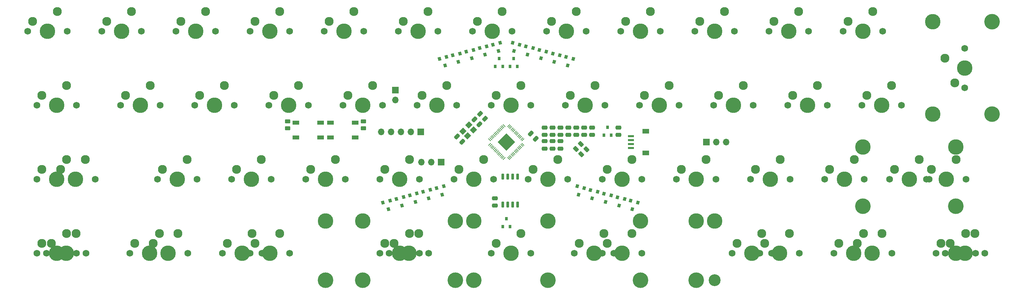
<source format=gbr>
%TF.GenerationSoftware,KiCad,Pcbnew,(7.0.0-rc1-163-g06a2e950fd)*%
%TF.CreationDate,2023-02-21T11:22:40+01:00*%
%TF.ProjectId,pcb,7063622e-6b69-4636-9164-5f7063625858,rev?*%
%TF.SameCoordinates,Original*%
%TF.FileFunction,Soldermask,Bot*%
%TF.FilePolarity,Negative*%
%FSLAX46Y46*%
G04 Gerber Fmt 4.6, Leading zero omitted, Abs format (unit mm)*
G04 Created by KiCad (PCBNEW (7.0.0-rc1-163-g06a2e950fd)) date 2023-02-21 11:22:40*
%MOMM*%
%LPD*%
G01*
G04 APERTURE LIST*
G04 Aperture macros list*
%AMRoundRect*
0 Rectangle with rounded corners*
0 $1 Rounding radius*
0 $2 $3 $4 $5 $6 $7 $8 $9 X,Y pos of 4 corners*
0 Add a 4 corners polygon primitive as box body*
4,1,4,$2,$3,$4,$5,$6,$7,$8,$9,$2,$3,0*
0 Add four circle primitives for the rounded corners*
1,1,$1+$1,$2,$3*
1,1,$1+$1,$4,$5*
1,1,$1+$1,$6,$7*
1,1,$1+$1,$8,$9*
0 Add four rect primitives between the rounded corners*
20,1,$1+$1,$2,$3,$4,$5,0*
20,1,$1+$1,$4,$5,$6,$7,0*
20,1,$1+$1,$6,$7,$8,$9,0*
20,1,$1+$1,$8,$9,$2,$3,0*%
%AMRotRect*
0 Rectangle, with rotation*
0 The origin of the aperture is its center*
0 $1 length*
0 $2 width*
0 $3 Rotation angle, in degrees counterclockwise*
0 Add horizontal line*
21,1,$1,$2,0,0,$3*%
G04 Aperture macros list end*
%ADD10C,1.750000*%
%ADD11C,3.987800*%
%ADD12C,2.300000*%
%ADD13C,3.048000*%
%ADD14C,4.000000*%
%ADD15R,1.700000X1.000000*%
%ADD16R,1.800000X1.200000*%
%ADD17R,1.550000X0.600000*%
%ADD18RotRect,0.900000X0.800000X285.000000*%
%ADD19RoundRect,0.250000X0.475000X-0.250000X0.475000X0.250000X-0.475000X0.250000X-0.475000X-0.250000X0*%
%ADD20RoundRect,0.250000X-0.512652X-0.159099X-0.159099X-0.512652X0.512652X0.159099X0.159099X0.512652X0*%
%ADD21RotRect,0.900000X0.800000X255.000000*%
%ADD22R,1.700000X1.700000*%
%ADD23O,1.700000X1.700000*%
%ADD24RoundRect,0.250000X-0.475000X0.250000X-0.475000X-0.250000X0.475000X-0.250000X0.475000X0.250000X0*%
%ADD25RoundRect,0.250000X-0.450000X0.262500X-0.450000X-0.262500X0.450000X-0.262500X0.450000X0.262500X0*%
%ADD26R,0.800000X0.900000*%
%ADD27RotRect,1.400000X1.200000X225.000000*%
%ADD28RoundRect,0.050000X-0.238649X-0.309359X0.309359X0.238649X0.238649X0.309359X-0.309359X-0.238649X0*%
%ADD29RoundRect,0.050000X0.238649X-0.309359X0.309359X-0.238649X-0.238649X0.309359X-0.309359X0.238649X0*%
%ADD30RoundRect,0.144000X0.000000X-2.059095X2.059095X0.000000X0.000000X2.059095X-2.059095X0.000000X0*%
%ADD31RoundRect,0.250000X-0.132583X0.503814X-0.503814X0.132583X0.132583X-0.503814X0.503814X-0.132583X0*%
%ADD32RoundRect,0.250000X0.503814X0.132583X0.132583X0.503814X-0.503814X-0.132583X-0.132583X-0.503814X0*%
%ADD33RoundRect,0.250000X0.450000X-0.262500X0.450000X0.262500X-0.450000X0.262500X-0.450000X-0.262500X0*%
%ADD34RoundRect,0.150000X-0.150000X0.650000X-0.150000X-0.650000X0.150000X-0.650000X0.150000X0.650000X0*%
%ADD35RoundRect,0.250000X0.512652X0.159099X0.159099X0.512652X-0.512652X-0.159099X-0.159099X-0.512652X0*%
G04 APERTURE END LIST*
D10*
%TO.C,SW10*%
X-129619748Y39687696D03*
D11*
X-124539748Y39687696D03*
D10*
X-119459748Y39687696D03*
D12*
X-128349748Y42227696D03*
X-121999748Y44767696D03*
%TD*%
D10*
%TO.C,SW48*%
X41830252Y39687600D03*
D11*
X46910252Y39687600D03*
D10*
X51990252Y39687600D03*
D12*
X43100252Y42227600D03*
X49450252Y44767600D03*
%TD*%
D10*
%TO.C,SW49*%
X25161964Y20637552D03*
D11*
X30241964Y20637552D03*
D10*
X35321964Y20637552D03*
D12*
X26431964Y23177552D03*
X32781964Y25717552D03*
%TD*%
D10*
%TO.C,SW41*%
X8492752Y77787696D03*
D11*
X13572752Y77787696D03*
D10*
X18652752Y77787696D03*
D12*
X9762752Y80327696D03*
X16112752Y82867696D03*
%TD*%
D10*
%TO.C,SW25*%
X-22542544Y20637552D03*
D11*
X-17462544Y20637552D03*
D10*
X-12382544Y20637552D03*
D12*
X-21272544Y23177552D03*
X-14922544Y25717552D03*
%TD*%
D10*
%TO.C,SW57*%
X70405828Y20637552D03*
D11*
X75485828Y20637552D03*
D10*
X80565828Y20637552D03*
D12*
X71675828Y23177552D03*
X78025828Y25717552D03*
%TD*%
D10*
%TO.C,SW8*%
X-143907248Y77787696D03*
D11*
X-138827248Y77787696D03*
D10*
X-133747248Y77787696D03*
D12*
X-142637248Y80327696D03*
X-136287248Y82867696D03*
%TD*%
D10*
%TO.C,SW60*%
X72787084Y20637552D03*
D11*
X77867084Y20637552D03*
D10*
X82947084Y20637552D03*
D12*
X74057084Y23177552D03*
X80407084Y25717552D03*
%TD*%
D10*
%TO.C,SW55*%
X48974524Y20637552D03*
D11*
X54054524Y20637552D03*
D10*
X59134524Y20637552D03*
D12*
X50244524Y23177552D03*
X56594524Y25717552D03*
%TD*%
D10*
%TO.C,SW59*%
X68024002Y39687696D03*
D11*
X73104002Y39687696D03*
D10*
X78184002Y39687696D03*
D12*
X69294002Y42227696D03*
X75644002Y44767696D03*
%TD*%
D10*
%TO.C,SW15*%
X-110569748Y39687696D03*
D11*
X-105489748Y39687696D03*
D10*
X-100409748Y39687696D03*
D12*
X-109299748Y42227696D03*
X-102949748Y44767696D03*
%TD*%
D10*
%TO.C,SW36*%
X-24844748Y58737696D03*
D11*
X-19764748Y58737696D03*
D10*
X-14684748Y58737696D03*
D12*
X-23574748Y61277696D03*
X-17224748Y63817696D03*
%TD*%
D10*
%TO.C,SW33*%
X-34369748Y39687600D03*
D11*
X-29289748Y39687600D03*
D10*
X-24209748Y39687600D03*
D12*
X-33099748Y42227600D03*
X-26749748Y44767600D03*
%TD*%
D10*
%TO.C,SW6*%
X-160576004Y20637552D03*
D11*
X-155496004Y20637552D03*
D10*
X-150416004Y20637552D03*
D12*
X-159306004Y23177552D03*
X-152956004Y25717552D03*
%TD*%
D10*
%TO.C,SW31*%
X-48657248Y77787696D03*
D11*
X-43577248Y77787696D03*
D10*
X-38497248Y77787696D03*
D12*
X-47387248Y80327696D03*
X-41037248Y82867696D03*
%TD*%
D10*
%TO.C,SW21*%
X-72469532Y20637552D03*
D11*
X-67389532Y20637552D03*
D10*
X-62309532Y20637552D03*
D12*
X-71199532Y23177552D03*
X-64849532Y25717552D03*
%TD*%
D10*
%TO.C,SW7*%
X-132000932Y20637552D03*
D11*
X-126920932Y20637552D03*
D10*
X-121840932Y20637552D03*
D12*
X-130730932Y23177552D03*
X-124380932Y25717552D03*
%TD*%
D13*
%TO.C,S5*%
X8810540Y13652552D03*
D11*
X8810540Y28892552D03*
D13*
X-86439460Y13652552D03*
D11*
X-86439460Y28892552D03*
%TD*%
D10*
%TO.C,SW13*%
X-124857248Y77787696D03*
D11*
X-119777248Y77787696D03*
D10*
X-114697248Y77787696D03*
D12*
X-123587248Y80327696D03*
X-117237248Y82867696D03*
%TD*%
D10*
%TO.C,SW5*%
X-160575998Y39687696D03*
D11*
X-155495998Y39687696D03*
D10*
X-150415998Y39687696D03*
D12*
X-159305998Y42227696D03*
X-152955998Y44767696D03*
%TD*%
D10*
%TO.C,SW16*%
X-112950884Y20637552D03*
D11*
X-107870884Y20637552D03*
D10*
X-102790884Y20637552D03*
D12*
X-111680884Y23177552D03*
X-105330884Y25717552D03*
%TD*%
D10*
%TO.C,SW24*%
X-72469748Y39687600D03*
D11*
X-67389748Y39687600D03*
D10*
X-62309748Y39687600D03*
D12*
X-71199748Y42227600D03*
X-64849748Y44767600D03*
%TD*%
D10*
%TO.C,SW23*%
X-81994748Y58737696D03*
D11*
X-76914748Y58737696D03*
D10*
X-71834748Y58737696D03*
D12*
X-80724748Y61277696D03*
X-74374748Y63817696D03*
%TD*%
D10*
%TO.C,SW46*%
X27542752Y77787696D03*
D11*
X32622752Y77787696D03*
D10*
X37702752Y77787696D03*
D12*
X28812752Y80327696D03*
X35162752Y82867696D03*
%TD*%
D10*
%TO.C,SW26*%
X-67707248Y77787696D03*
D11*
X-62627248Y77787696D03*
D10*
X-57547248Y77787696D03*
D12*
X-66437248Y80327696D03*
X-60087248Y82867696D03*
%TD*%
D14*
%TO.C,S8*%
X-5476906Y13652552D03*
D11*
X-5476906Y28892552D03*
D14*
X-29289406Y13652552D03*
D11*
X-29289406Y28892552D03*
%TD*%
D10*
%TO.C,SW29*%
X-15319388Y20637552D03*
D11*
X-10239388Y20637552D03*
D10*
X-5159388Y20637552D03*
D12*
X-14049388Y23177552D03*
X-7699388Y25717552D03*
%TD*%
D10*
%TO.C,SW43*%
X22780252Y39687696D03*
D11*
X27860252Y39687696D03*
D10*
X32940252Y39687696D03*
D12*
X24050252Y42227696D03*
X30400252Y44767696D03*
%TD*%
D10*
%TO.C,SW37*%
X-15319748Y39687696D03*
D11*
X-10239748Y39687696D03*
D10*
X-5159748Y39687696D03*
D12*
X-14049748Y42227696D03*
X-7699748Y44767696D03*
%TD*%
D10*
%TO.C,SW50*%
X44212012Y20637552D03*
D11*
X49292012Y20637552D03*
D10*
X54372012Y20637552D03*
D12*
X45482012Y23177552D03*
X51832012Y25717552D03*
%TD*%
D10*
%TO.C,SW2*%
X-158194748Y20637552D03*
D11*
X-153114748Y20637552D03*
D10*
X-148034748Y20637552D03*
D12*
X-156924748Y23177552D03*
X-150574748Y25717552D03*
%TD*%
D10*
%TO.C,SW47*%
X32305252Y58737696D03*
D11*
X37385252Y58737696D03*
D10*
X42465252Y58737696D03*
D12*
X33575252Y61277696D03*
X39925252Y63817696D03*
%TD*%
D10*
%TO.C,SW35*%
X-29607248Y77787696D03*
D11*
X-24527248Y77787696D03*
D10*
X-19447248Y77787696D03*
D12*
X-28337248Y80327696D03*
X-21987248Y82867696D03*
%TD*%
D14*
%TO.C,S4*%
X-53102026Y13652552D03*
D11*
X-53102026Y28892552D03*
D14*
X-76914526Y13652552D03*
D11*
X-76914526Y28892552D03*
%TD*%
D10*
%TO.C,SW42*%
X13255252Y58737696D03*
D11*
X18335252Y58737696D03*
D10*
X23415252Y58737696D03*
D12*
X14525252Y61277696D03*
X20875252Y63817696D03*
%TD*%
D10*
%TO.C,SW5_1*%
X-155813498Y39687696D03*
D11*
X-150733498Y39687696D03*
D10*
X-145653498Y39687696D03*
D12*
X-154543498Y42227696D03*
X-148193498Y44767696D03*
%TD*%
D14*
%TO.C,REF\u002A\u002A*%
X75485252Y32702696D03*
D11*
X75485252Y47942696D03*
D14*
X51672752Y32702696D03*
D11*
X51672752Y47942696D03*
%TD*%
D10*
%TO.C,SW32*%
X-43894748Y58737696D03*
D11*
X-38814748Y58737696D03*
D10*
X-33734748Y58737696D03*
D12*
X-42624748Y61277696D03*
X-36274748Y63817696D03*
%TD*%
D10*
%TO.C,SW19*%
X-101044748Y58737696D03*
D11*
X-95964748Y58737696D03*
D10*
X-90884748Y58737696D03*
D12*
X-99774748Y61277696D03*
X-93424748Y63817696D03*
%TD*%
D10*
%TO.C,SW4*%
X-160575998Y58737696D03*
D11*
X-155495998Y58737696D03*
D10*
X-150415998Y58737696D03*
D12*
X-159305998Y61277696D03*
X-152955998Y63817696D03*
%TD*%
D10*
%TO.C,SW40*%
X3730252Y39687696D03*
D11*
X8810252Y39687696D03*
D10*
X13890252Y39687696D03*
D12*
X5000252Y42227696D03*
X11350252Y44767696D03*
%TD*%
D10*
%TO.C,SW9*%
X-139144748Y58737648D03*
D11*
X-134064748Y58737648D03*
D10*
X-128984748Y58737648D03*
D12*
X-137874748Y61277648D03*
X-131524748Y63817648D03*
%TD*%
D10*
%TO.C,SW52*%
X46592752Y77787696D03*
D11*
X51672752Y77787696D03*
D10*
X56752752Y77787696D03*
D12*
X47862752Y80327696D03*
X54212752Y82867696D03*
%TD*%
D14*
%TO.C,S7*%
X8810612Y13652552D03*
D11*
X8810612Y28892552D03*
D14*
X-29289388Y13652552D03*
D11*
X-29289388Y28892552D03*
%TD*%
D10*
%TO.C,SW12*%
X-105807116Y20637552D03*
D11*
X-100727116Y20637552D03*
D10*
X-95647116Y20637552D03*
D12*
X-104537116Y23177552D03*
X-98187116Y25717552D03*
%TD*%
D13*
%TO.C,S6*%
X13573046Y13652552D03*
D11*
X13573046Y28892552D03*
D13*
X-86439454Y13652552D03*
D11*
X-86439454Y28892552D03*
%TD*%
D10*
%TO.C,SW61*%
X58499002Y39687696D03*
D11*
X63579002Y39687696D03*
D10*
X68659002Y39687696D03*
D12*
X59769002Y42227696D03*
X66119002Y44767696D03*
%TD*%
D10*
%TO.C,SW34*%
X-43894460Y20637552D03*
D11*
X-38814460Y20637552D03*
D10*
X-33734460Y20637552D03*
D12*
X-42624460Y23177552D03*
X-36274460Y25717552D03*
%TD*%
D10*
%TO.C,SW39*%
X-5794748Y58737648D03*
D11*
X-714748Y58737648D03*
D10*
X4365252Y58737648D03*
D12*
X-4524748Y61277648D03*
X1825252Y63817648D03*
%TD*%
D10*
%TO.C,SW53*%
X51355252Y58737648D03*
D11*
X56435252Y58737648D03*
D10*
X61515252Y58737648D03*
D12*
X52625252Y61277648D03*
X58975252Y63817648D03*
%TD*%
D10*
%TO.C,SW27*%
X-62944748Y58737648D03*
D11*
X-57864748Y58737648D03*
D10*
X-52784748Y58737648D03*
D12*
X-61674748Y61277648D03*
X-55324748Y63817648D03*
%TD*%
D14*
%TO.C,S1*%
X84828302Y80196250D03*
D11*
X69588302Y80196250D03*
D14*
X84828302Y56383750D03*
D11*
X69588302Y56383750D03*
%TD*%
D10*
%TO.C,SW22*%
X-86757248Y77787696D03*
D11*
X-81677248Y77787696D03*
D10*
X-76597248Y77787696D03*
D12*
X-85487248Y80327696D03*
X-79137248Y82867696D03*
%TD*%
D10*
%TO.C,SW20*%
X-91519748Y39687696D03*
D11*
X-86439748Y39687696D03*
D10*
X-81359748Y39687696D03*
D12*
X-90249748Y42227696D03*
X-83899748Y44767696D03*
%TD*%
D10*
%TO.C,SW38*%
X-10557248Y77787696D03*
D11*
X-5477248Y77787696D03*
D10*
X-397248Y77787696D03*
D12*
X-9287248Y80327696D03*
X-2937248Y82867696D03*
%TD*%
D10*
%TO.C,SW44*%
X18018196Y20637552D03*
D11*
X23098196Y20637552D03*
D10*
X28178196Y20637552D03*
D12*
X19288196Y23177552D03*
X25638196Y25717552D03*
%TD*%
D10*
%TO.C,SW28*%
X-53419748Y39687600D03*
D11*
X-48339748Y39687600D03*
D10*
X-43259748Y39687600D03*
D12*
X-52149748Y42227600D03*
X-45799748Y44767600D03*
%TD*%
D10*
%TO.C,SW17*%
X-70088276Y20637552D03*
D11*
X-65008276Y20637552D03*
D10*
X-59928276Y20637552D03*
D12*
X-68818276Y23177552D03*
X-62468276Y25717552D03*
%TD*%
D10*
%TO.C,SW18*%
X-105807248Y77787696D03*
D11*
X-100727248Y77787696D03*
D10*
X-95647248Y77787696D03*
D12*
X-104537248Y80327696D03*
X-98187248Y82867696D03*
%TD*%
D10*
%TO.C,SW14*%
X-120094748Y58737648D03*
D11*
X-115014748Y58737648D03*
D10*
X-109934748Y58737648D03*
D12*
X-118824748Y61277648D03*
X-112474748Y63817648D03*
%TD*%
D10*
%TO.C,SW3*%
X-162957248Y77787696D03*
D11*
X-157877248Y77787696D03*
D10*
X-152797248Y77787696D03*
D12*
X-161687248Y80327696D03*
X-155337248Y82867696D03*
%TD*%
D14*
%TO.C,S3*%
X-48339532Y13652552D03*
D11*
X-48339532Y28892552D03*
D14*
X-86439532Y13652552D03*
D11*
X-86439532Y28892552D03*
%TD*%
D10*
%TO.C,SW11*%
X-136763444Y20637552D03*
D11*
X-131683444Y20637552D03*
D10*
X-126603444Y20637552D03*
D12*
X-135493444Y23177552D03*
X-129143444Y25717552D03*
%TD*%
D10*
%TO.C,SW58*%
X77843302Y63210000D03*
D11*
X77843302Y68290000D03*
D10*
X77843302Y73370000D03*
D12*
X75303302Y64480000D03*
X72763302Y70830000D03*
%TD*%
D15*
%TO.C,SW9999*%
X-85159999Y50439999D03*
X-78859999Y50439999D03*
X-85159999Y54239999D03*
X-78859999Y54239999D03*
%TD*%
D16*
%TO.C,J3*%
X-4127247Y52009999D03*
X-4127247Y46409999D03*
D17*
X-8002247Y50709999D03*
X-8002247Y49709999D03*
X-8002247Y48709999D03*
X-8002247Y47709999D03*
%TD*%
D18*
%TO.C,D2*%
X-46863696Y73385973D03*
X-45028437Y73877729D03*
X-45428428Y71699999D03*
%TD*%
D19*
%TO.C,C5*%
X-42927248Y32830000D03*
X-42927248Y34730000D03*
%TD*%
D18*
%TO.C,D8*%
X-71703696Y33640047D03*
X-69868437Y34131803D03*
X-70268428Y31954073D03*
%TD*%
D20*
%TO.C,C10*%
X-33735185Y51434402D03*
X-32391683Y50090900D03*
%TD*%
D21*
%TO.C,D18*%
X-18336057Y36891803D03*
X-16500798Y36400047D03*
X-17936066Y34714073D03*
%TD*%
D22*
%TO.C,J2*%
X11467751Y49209999D03*
D23*
X14007751Y49209999D03*
X16547751Y49209999D03*
%TD*%
D21*
%TO.C,D15*%
X-28053687Y72027681D03*
X-26218428Y71535925D03*
X-27653696Y69849951D03*
%TD*%
D19*
%TO.C,C7*%
X-28093434Y47552651D03*
X-28093434Y49452651D03*
%TD*%
D24*
%TO.C,C11*%
X-24043434Y52942651D03*
X-24043434Y51042651D03*
%TD*%
D25*
%TO.C,R8*%
X-96170000Y54572500D03*
X-96170000Y52747500D03*
%TD*%
D21*
%TO.C,D22*%
X-21796057Y37831803D03*
X-19960798Y37340047D03*
X-21396066Y35654073D03*
%TD*%
D24*
%TO.C,C9*%
X-22013434Y52942651D03*
X-22013434Y51042651D03*
%TD*%
D26*
%TO.C,U4*%
X-13039999Y50999999D03*
X-14939999Y50999999D03*
X-13989999Y52999999D03*
%TD*%
D24*
%TO.C,C17*%
X-19980000Y52942651D03*
X-19980000Y51042651D03*
%TD*%
D21*
%TO.C,D6*%
X-34967238Y73877729D03*
X-33131979Y73385973D03*
X-34567247Y71699999D03*
%TD*%
D19*
%TO.C,C8*%
X-30123434Y47552651D03*
X-30123434Y49452651D03*
%TD*%
D27*
%TO.C,Y0*%
X-48392075Y52371731D03*
X-49947710Y50816096D03*
X-51149791Y52018177D03*
X-49594156Y53573812D03*
%TD*%
D28*
%TO.C,U3*%
X-40579450Y44940843D03*
X-40862293Y45223686D03*
X-41145135Y45506528D03*
X-41427978Y45789371D03*
X-41710821Y46072214D03*
X-41993663Y46355056D03*
X-42276506Y46637899D03*
X-42559349Y46920742D03*
X-42842192Y47203585D03*
X-43125034Y47486427D03*
X-43407877Y47769270D03*
X-43690720Y48052113D03*
X-43973562Y48334955D03*
X-44256405Y48617798D03*
D29*
X-44256405Y49802202D03*
X-43973562Y50085045D03*
X-43690720Y50367887D03*
X-43407877Y50650730D03*
X-43125034Y50933573D03*
X-42842192Y51216415D03*
X-42559349Y51499258D03*
X-42276506Y51782101D03*
X-41993663Y52064944D03*
X-41710821Y52347786D03*
X-41427978Y52630629D03*
X-41145135Y52913472D03*
X-40862293Y53196314D03*
X-40579450Y53479157D03*
D28*
X-39395046Y53479157D03*
X-39112203Y53196314D03*
X-38829361Y52913472D03*
X-38546518Y52630629D03*
X-38263675Y52347786D03*
X-37980833Y52064944D03*
X-37697990Y51782101D03*
X-37415147Y51499258D03*
X-37132304Y51216415D03*
X-36849462Y50933573D03*
X-36566619Y50650730D03*
X-36283776Y50367887D03*
X-36000934Y50085045D03*
X-35718091Y49802202D03*
D29*
X-35718091Y48617798D03*
X-36000934Y48334955D03*
X-36283776Y48052113D03*
X-36566619Y47769270D03*
X-36849462Y47486427D03*
X-37132304Y47203585D03*
X-37415147Y46920742D03*
X-37697990Y46637899D03*
X-37980833Y46355056D03*
X-38263675Y46072214D03*
X-38546518Y45789371D03*
X-38829361Y45506528D03*
X-39112203Y45223686D03*
X-39395046Y44940843D03*
D30*
X-39987248Y49210000D03*
%TD*%
D21*
%TO.C,D14*%
X-24607238Y71107729D03*
X-22771979Y70615973D03*
X-24207247Y68929999D03*
%TD*%
D18*
%TO.C,D9*%
X-53733696Y71535925D03*
X-51898437Y72027681D03*
X-52298428Y69849951D03*
%TD*%
D26*
%TO.C,D11*%
X-40917247Y68709999D03*
X-42817247Y68709999D03*
X-41867247Y70709999D03*
%TD*%
D31*
%TO.C,R3*%
X-19433434Y47342651D03*
X-20723904Y46052181D03*
%TD*%
D19*
%TO.C,C6*%
X-26073434Y47552651D03*
X-26073434Y49452651D03*
%TD*%
D21*
%TO.C,D23*%
X-11447247Y35029999D03*
X-9611988Y34538243D03*
X-11047256Y32852269D03*
%TD*%
D20*
%TO.C,C2*%
X-52668999Y50641751D03*
X-51325497Y49298249D03*
%TD*%
D32*
%TO.C,R5*%
X-45482013Y55214765D03*
X-46772483Y56505235D03*
%TD*%
D22*
%TO.C,J4*%
X-56729999Y44069999D03*
D23*
X-59269999Y44069999D03*
X-61809999Y44069999D03*
%TD*%
D33*
%TO.C,R1*%
X-76720000Y52747500D03*
X-76720000Y54572500D03*
%TD*%
D31*
%TO.C,R4*%
X-20813434Y48732651D03*
X-22103904Y47442181D03*
%TD*%
D18*
%TO.C,D1*%
X-50283696Y72464169D03*
X-48448437Y72955925D03*
X-48848428Y70778195D03*
%TD*%
D22*
%TO.C,J1*%
X-61989999Y51809999D03*
D23*
X-64529999Y51809999D03*
X-67069999Y51809999D03*
X-69609999Y51809999D03*
X-72149999Y51809999D03*
%TD*%
D21*
%TO.C,D17*%
X-14896057Y35961803D03*
X-13060798Y35470047D03*
X-14496066Y33784073D03*
%TD*%
D18*
%TO.C,D10*%
X-57173696Y70615973D03*
X-55338437Y71107729D03*
X-55738428Y68929999D03*
%TD*%
D24*
%TO.C,C13*%
X-28093434Y52942651D03*
X-28093434Y51042651D03*
%TD*%
%TO.C,C1*%
X-11180000Y52950000D03*
X-11180000Y51050000D03*
%TD*%
D21*
%TO.C,D5*%
X-38387238Y74807729D03*
X-36551979Y74315973D03*
X-37987247Y72629999D03*
%TD*%
D26*
%TO.C,D12*%
X-39039999Y27479999D03*
X-40939999Y27479999D03*
X-39989999Y29479999D03*
%TD*%
D34*
%TO.C,U2*%
X-40912248Y40330000D03*
X-39642248Y40330000D03*
X-38372248Y40330000D03*
X-37102248Y40330000D03*
X-37102248Y33130000D03*
X-38372248Y33130000D03*
X-39642248Y33130000D03*
X-40912248Y33130000D03*
%TD*%
D18*
%TO.C,D3*%
X-43433696Y74315973D03*
X-41598437Y74807729D03*
X-41998428Y72629999D03*
%TD*%
D24*
%TO.C,C12*%
X-26073434Y52942651D03*
X-26073434Y51042651D03*
%TD*%
D18*
%TO.C,D20*%
X-61352515Y36411899D03*
X-59517256Y36903655D03*
X-59917247Y34725925D03*
%TD*%
D21*
%TO.C,D16*%
X-8012506Y34101755D03*
X-6177247Y33609999D03*
X-7612515Y31924025D03*
%TD*%
D24*
%TO.C,C4*%
X-17960000Y52942651D03*
X-17960000Y51042651D03*
%TD*%
%TO.C,C14*%
X-30123434Y52942651D03*
X-30123434Y51042651D03*
%TD*%
D22*
%TO.C,J5*%
X-68459999Y62624999D03*
D23*
X-68459999Y60084999D03*
%TD*%
D21*
%TO.C,D7*%
X-31518428Y72955925D03*
X-29683169Y72464169D03*
X-31118437Y70778195D03*
%TD*%
D15*
%TO.C,SW9998*%
X-94049999Y50439999D03*
X-87749999Y50439999D03*
X-94049999Y54239999D03*
X-87749999Y54239999D03*
%TD*%
D18*
%TO.C,D21*%
X-57913696Y37340047D03*
X-56078437Y37831803D03*
X-56478428Y35654073D03*
%TD*%
%TO.C,D19*%
X-64802515Y35485973D03*
X-62967256Y35977729D03*
X-63367247Y33799999D03*
%TD*%
D26*
%TO.C,D13*%
X-37157247Y68709999D03*
X-39057247Y68709999D03*
X-38107247Y70709999D03*
%TD*%
D18*
%TO.C,D4*%
X-68252506Y34558243D03*
X-66417247Y35049999D03*
X-66817238Y32872269D03*
%TD*%
D35*
%TO.C,C3*%
X-46875497Y53748249D03*
X-48218999Y55091751D03*
%TD*%
M02*

</source>
